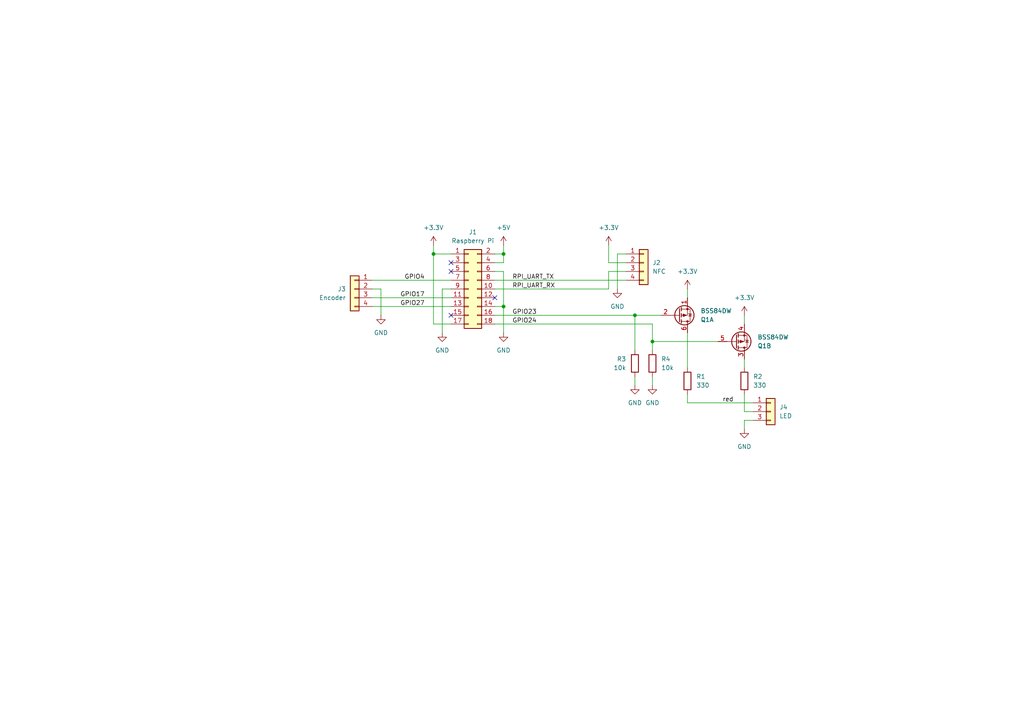
<source format=kicad_sch>
(kicad_sch (version 20231120) (generator "eeschema") (generator_version "8.0")
  (paper "A4")
  (lib_symbols
    (symbol "Connector_Generic:Conn_01x03" (pin_names (offset 1.016) hide)
      (property "Reference" "J" (at 0 5.08 0))
      (property "Value" "Conn_01x03" (at 0 -5.08 0))
      (symbol "Conn_01x03_1_1"
        (rectangle (start -1.27 -2.413) (end 0 -2.667) (stroke (width 0.1524)))
        (rectangle (start -1.27 0.127) (end 0 -0.127) (stroke (width 0.1524)))
        (rectangle (start -1.27 2.667) (end 0 2.413) (stroke (width 0.1524)))
        (rectangle (start -1.27 3.81) (end 1.27 -3.81) (stroke (width 0.254)) (fill (type background)))
        (pin passive line (at -5.08 2.54 0) (length 3.81) (name "Pin_1") (number "1"))
        (pin passive line (at -5.08 0 0) (length 3.81) (name "Pin_2") (number "2"))
        (pin passive line (at -5.08 -2.54 0) (length 3.81) (name "Pin_3") (number "3"))
      )
    )
    (symbol "Connector_Generic:Conn_01x04" (pin_names (offset 1.016) hide)
      (property "Reference" "J" (at 0 5.08 0))
      (property "Value" "Conn_01x04" (at 0 -7.62 0))
      (symbol "Conn_01x04_1_1"
        (rectangle (start -1.27 -4.953) (end 0 -5.207) (stroke (width 0.1524)))
        (rectangle (start -1.27 -2.413) (end 0 -2.667) (stroke (width 0.1524)))
        (rectangle (start -1.27 0.127) (end 0 -0.127) (stroke (width 0.1524)))
        (rectangle (start -1.27 2.667) (end 0 2.413) (stroke (width 0.1524)))
        (rectangle (start -1.27 3.81) (end 1.27 -6.35) (stroke (width 0.254)) (fill (type background)))
        (pin passive line (at -5.08 2.54 0) (length 3.81) (name "Pin_1") (number "1"))
        (pin passive line (at -5.08 0 0) (length 3.81) (name "Pin_2") (number "2"))
        (pin passive line (at -5.08 -2.54 0) (length 3.81) (name "Pin_3") (number "3"))
        (pin passive line (at -5.08 -5.08 0) (length 3.81) (name "Pin_4") (number "4"))
      )
    )
    (symbol "Connector_Generic:Conn_02x09_Odd_Even" (pin_names (offset 1.016) hide)
      (property "Reference" "J" (at 1.27 12.7 0))
      (property "Value" "Conn_02x09_Odd_Even" (at 1.27 -12.7 0))
      (symbol "Conn_02x09_Odd_Even_1_1"
        (rectangle (start -1.27 -10.033) (end 0 -10.287) (stroke (width 0.1524)))
        (rectangle (start -1.27 -7.493) (end 0 -7.747) (stroke (width 0.1524)))
        (rectangle (start -1.27 -4.953) (end 0 -5.207) (stroke (width 0.1524)))
        (rectangle (start -1.27 -2.413) (end 0 -2.667) (stroke (width 0.1524)))
        (rectangle (start -1.27 0.127) (end 0 -0.127) (stroke (width 0.1524)))
        (rectangle (start -1.27 2.667) (end 0 2.413) (stroke (width 0.1524)))
        (rectangle (start -1.27 5.207) (end 0 4.953) (stroke (width 0.1524)))
        (rectangle (start -1.27 7.747) (end 0 7.493) (stroke (width 0.1524)))
        (rectangle (start -1.27 10.287) (end 0 10.033) (stroke (width 0.1524)))
        (rectangle (start -1.27 11.43) (end 3.81 -11.43) (stroke (width 0.254)) (fill (type background)))
        (rectangle (start 3.81 -10.033) (end 2.54 -10.287) (stroke (width 0.1524)))
        (rectangle (start 3.81 -7.493) (end 2.54 -7.747) (stroke (width 0.1524)))
        (rectangle (start 3.81 -4.953) (end 2.54 -5.207) (stroke (width 0.1524)))
        (rectangle (start 3.81 -2.413) (end 2.54 -2.667) (stroke (width 0.1524)))
        (rectangle (start 3.81 0.127) (end 2.54 -0.127) (stroke (width 0.1524)))
        (rectangle (start 3.81 2.667) (end 2.54 2.413) (stroke (width 0.1524)))
        (rectangle (start 3.81 5.207) (end 2.54 4.953) (stroke (width 0.1524)))
        (rectangle (start 3.81 7.747) (end 2.54 7.493) (stroke (width 0.1524)))
        (rectangle (start 3.81 10.287) (end 2.54 10.033) (stroke (width 0.1524)))
        (pin passive line (at -5.08 10.16 0) (length 3.81) (name "Pin_1") (number "1"))
        (pin passive line (at 7.62 0 180) (length 3.81) (name "Pin_10") (number "10"))
        (pin passive line (at -5.08 -2.54 0) (length 3.81) (name "Pin_11") (number "11"))
        (pin passive line (at 7.62 -2.54 180) (length 3.81) (name "Pin_12") (number "12"))
        (pin passive line (at -5.08 -5.08 0) (length 3.81) (name "Pin_13") (number "13"))
        (pin passive line (at 7.62 -5.08 180) (length 3.81) (name "Pin_14") (number "14"))
        (pin passive line (at -5.08 -7.62 0) (length 3.81) (name "Pin_15") (number "15"))
        (pin passive line (at 7.62 -7.62 180) (length 3.81) (name "Pin_16") (number "16"))
        (pin passive line (at -5.08 -10.16 0) (length 3.81) (name "Pin_17") (number "17"))
        (pin passive line (at 7.62 -10.16 180) (length 3.81) (name "Pin_18") (number "18"))
        (pin passive line (at 7.62 10.16 180) (length 3.81) (name "Pin_2") (number "2"))
        (pin passive line (at -5.08 7.62 0) (length 3.81) (name "Pin_3") (number "3"))
        (pin passive line (at 7.62 7.62 180) (length 3.81) (name "Pin_4") (number "4"))
        (pin passive line (at -5.08 5.08 0) (length 3.81) (name "Pin_5") (number "5"))
        (pin passive line (at 7.62 5.08 180) (length 3.81) (name "Pin_6") (number "6"))
        (pin passive line (at -5.08 2.54 0) (length 3.81) (name "Pin_7") (number "7"))
        (pin passive line (at 7.62 2.54 180) (length 3.81) (name "Pin_8") (number "8"))
        (pin passive line (at -5.08 0 0) (length 3.81) (name "Pin_9") (number "9"))
      )
    )
    (symbol "Device:Q_Dual_PMOS_S1G1D2S2G2D1" (pin_names (offset 0) hide)
      (property "Reference" "Q" (at 6.35 1.27 0))
      (property "Value" "Q_Dual_PMOS_S1G1D2S2G2D1" (at 19.05 -1.27 0))
      (symbol "Q_Dual_PMOS_S1G1D2S2G2D1_0_1"
        (polyline (pts (xy 0.254 0) (xy -2.54 0)))
        (polyline (pts (xy 0.254 1.905) (xy 0.254 -1.905)) (stroke (width 0.254)))
        (polyline (pts (xy 0.762 -1.27) (xy 0.762 -2.286)) (stroke (width 0.254)))
        (polyline (pts (xy 0.762 0.508) (xy 0.762 -0.508)) (stroke (width 0.254)))
        (polyline (pts (xy 0.762 2.286) (xy 0.762 1.27)) (stroke (width 0.254)))
        (polyline (pts (xy 2.54 2.54) (xy 2.54 1.778)))
        (polyline (pts (xy 2.54 -2.54) (xy 2.54 0) (xy 0.762 0)))
        (polyline (pts (xy 0.762 1.778) (xy 3.302 1.778) (xy 3.302 -1.778) (xy 0.762 -1.778)))
        (polyline (pts (xy 2.286 0) (xy 1.27 0.381) (xy 1.27 -0.381) (xy 2.286 0)) (fill (type outline)))
        (polyline (pts (xy 2.794 -0.508) (xy 2.921 -0.381) (xy 3.683 -0.381) (xy 3.81 -0.254)))
        (polyline (pts (xy 3.302 -0.381) (xy 2.921 0.254) (xy 3.683 0.254) (xy 3.302 -0.381)))
        (circle (center 1.651 0) (radius 2.794) (stroke (width 0.254)))
        (circle (center 2.54 -1.778) (radius 0.254) (fill (type outline)))
        (circle (center 2.54 1.778) (radius 0.254) (fill (type outline)))
      )
      (symbol "Q_Dual_PMOS_S1G1D2S2G2D1_1_1"
        (pin passive line (at 2.54 -5.08 90) (length 2.54) (name "S") (number "1"))
        (pin input line (at -5.08 0 0) (length 2.54) (name "G") (number "2"))
        (pin passive line (at 2.54 5.08 270) (length 2.54) (name "D") (number "6"))
      )
      (symbol "Q_Dual_PMOS_S1G1D2S2G2D1_2_1"
        (pin passive line (at 2.54 5.08 270) (length 2.54) (name "D") (number "3"))
        (pin passive line (at 2.54 -5.08 90) (length 2.54) (name "S") (number "4"))
        (pin input line (at -5.08 0 0) (length 2.54) (name "G") (number "5"))
      )
    )
    (symbol "Device:R" (pin_numbers hide) (pin_names (offset 0))
      (property "Reference" "R" (at 2.032 0 90))
      (property "Value" "R" (at 0 0 90))
      (symbol "R_0_1"
        (rectangle (start -1.016 -2.54) (end 1.016 2.54) (stroke (width 0.254)))
      )
      (symbol "R_1_1"
        (pin passive line (at 0 3.81 270) (length 1.27) (name "~") (number "1"))
        (pin passive line (at 0 -3.81 90) (length 1.27) (name "~") (number "2"))
      )
    )
    (symbol "power:+3.3V" (power) (pin_names (offset 0))
      (property "Value" "+3.3V" (at 0 3.556 0))
      (symbol "+3.3V_0_1"
        (polyline (pts (xy -0.762 1.27) (xy 0 2.54)))
        (polyline (pts (xy 0 0) (xy 0 2.54)))
        (polyline (pts (xy 0 2.54) (xy 0.762 1.27)))
      )
      (symbol "+3.3V_1_1"
        (pin power_in line (at 0 0 90) (length 0) hide (name "+3.3V") (number "1"))
      )
    )
    (symbol "power:+5V" (power) (pin_names (offset 0))
      (property "Value" "+5V" (at 0 3.556 0))
      (symbol "+5V_0_1"
        (polyline (pts (xy -0.762 1.27) (xy 0 2.54)))
        (polyline (pts (xy 0 0) (xy 0 2.54)))
        (polyline (pts (xy 0 2.54) (xy 0.762 1.27)))
      )
      (symbol "+5V_1_1"
        (pin power_in line (at 0 0 90) (length 0) hide (name "+5V") (number "1"))
      )
    )
    (symbol "power:GND" (power) (pin_names (offset 0))
      (property "Value" "GND" (at 0 -3.81 0))
      (symbol "GND_0_1"
        (polyline (pts (xy 0 0) (xy 0 -1.27) (xy 1.27 -1.27) (xy 0 -2.54) (xy -1.27 -1.27) (xy 0 -1.27)))
      )
      (symbol "GND_1_1"
        (pin power_in line (at 0 0 270) (length 0) hide (name "GND") (number "1"))
      )
    )
  )
  (junction (at 184.15 91.44))
  (junction (at 146.05 88.9))
  (junction (at 146.05 73.66))
  (junction (at 189.23 99.06))
  (junction (at 125.73 73.66))
  (no_connect (at 130.81 91.44))
  (no_connect (at 130.81 78.74))
  (no_connect (at 143.51 86.36))
  (no_connect (at 130.81 76.2))
  (wire (pts (xy 215.9 121.92) (xy 215.9 124.46)))
  (wire (pts (xy 143.51 91.44) (xy 184.15 91.44)))
  (wire (pts (xy 184.15 109.22) (xy 184.15 111.76)))
  (wire (pts (xy 143.51 93.98) (xy 189.23 93.98)))
  (wire (pts (xy 189.23 99.06) (xy 189.23 101.6)))
  (wire (pts (xy 130.81 73.66) (xy 125.73 73.66)))
  (wire (pts (xy 176.53 76.2) (xy 176.53 71.12)))
  (wire (pts (xy 107.95 83.82) (xy 110.49 83.82)))
  (wire (pts (xy 215.9 114.3) (xy 215.9 119.38)))
  (wire (pts (xy 125.73 73.66) (xy 125.73 93.98)))
  (wire (pts (xy 218.44 119.38) (xy 215.9 119.38)))
  (wire (pts (xy 130.81 83.82) (xy 128.27 83.82)))
  (wire (pts (xy 107.95 88.9) (xy 130.81 88.9)))
  (wire (pts (xy 146.05 88.9) (xy 146.05 96.52)))
  (wire (pts (xy 218.44 116.84) (xy 199.39 116.84)))
  (wire (pts (xy 181.61 73.66) (xy 179.07 73.66)))
  (wire (pts (xy 143.51 76.2) (xy 146.05 76.2)))
  (wire (pts (xy 143.51 73.66) (xy 146.05 73.66)))
  (wire (pts (xy 128.27 83.82) (xy 128.27 96.52)))
  (wire (pts (xy 176.53 78.74) (xy 181.61 78.74)))
  (wire (pts (xy 179.07 73.66) (xy 179.07 83.82)))
  (wire (pts (xy 125.73 73.66) (xy 125.73 71.12)))
  (wire (pts (xy 184.15 91.44) (xy 184.15 101.6)))
  (wire (pts (xy 146.05 78.74) (xy 146.05 88.9)))
  (wire (pts (xy 143.51 78.74) (xy 146.05 78.74)))
  (wire (pts (xy 189.23 99.06) (xy 208.28 99.06)))
  (wire (pts (xy 218.44 121.92) (xy 215.9 121.92)))
  (wire (pts (xy 181.61 76.2) (xy 176.53 76.2)))
  (wire (pts (xy 176.53 78.74) (xy 176.53 83.82)))
  (wire (pts (xy 184.15 91.44) (xy 191.77 91.44)))
  (wire (pts (xy 199.39 114.3) (xy 199.39 116.84)))
  (wire (pts (xy 189.23 93.98) (xy 189.23 99.06)))
  (wire (pts (xy 215.9 104.14) (xy 215.9 106.68)))
  (wire (pts (xy 199.39 96.52) (xy 199.39 106.68)))
  (wire (pts (xy 199.39 83.82) (xy 199.39 86.36)))
  (wire (pts (xy 143.51 88.9) (xy 146.05 88.9)))
  (wire (pts (xy 107.95 86.36) (xy 130.81 86.36)))
  (wire (pts (xy 146.05 76.2) (xy 146.05 73.66)))
  (wire (pts (xy 107.95 81.28) (xy 130.81 81.28)))
  (wire (pts (xy 110.49 83.82) (xy 110.49 91.44)))
  (wire (pts (xy 189.23 109.22) (xy 189.23 111.76)))
  (wire (pts (xy 176.53 83.82) (xy 143.51 83.82)))
  (wire (pts (xy 215.9 91.44) (xy 215.9 93.98)))
  (wire (pts (xy 146.05 73.66) (xy 146.05 71.12)))
  (wire (pts (xy 143.51 81.28) (xy 181.61 81.28)))
  (wire (pts (xy 130.81 93.98) (xy 125.73 93.98)))
  (label "RPI_UART_TX" (at 148.59 81.28 0))
  (label "GPIO17" (at 123.19 86.36 180))
  (label "red" (at 209.55 116.84 0))
  (label "RPI_UART_RX" (at 148.59 83.82 0))
  (label "GPIO24" (at 148.59 93.98 0))
  (label "GPIO27" (at 123.19 88.9 180))
  (label "GPIO23" (at 148.59 91.44 0))
  (label "GPIO4" (at 123.19 81.28 180))
  (symbol (lib_id "power:+5V") (at 146.05 71.12 0) (unit 1)
    (property "Reference" "#PWR01" (effects (hide yes)))
    (property "Value" "+5V" (at 146.05 66.04 0))
  )
  (symbol (lib_id "power:+3.3V") (at 199.39 83.82 0) (unit 1)
    (property "Reference" "#PWR07" (effects (hide yes)))
    (property "Value" "+3.3V" (at 199.39 78.74 0))
  )
  (symbol (lib_id "Connector_Generic:Conn_01x04") (at 102.87 83.82 0) (mirror y) (unit 1)
    (property "Reference" "J3" (at 100.33 83.82 0) (effects (justify left)))
    (property "Value" "Encoder" (at 100.33 86.36 0) (effects (justify left)))
    (property "Footprint" "Connector_PinHeader_2.54mm:PinHeader_1x04_P2.54mm_Horizontal" (effects (hide yes)))
  )
  (symbol (lib_id "Device:Q_Dual_PMOS_S1G1D2S2G2D1") (at 213.36 99.06 0) (mirror x) (unit 2)
    (property "Reference" "Q1" (at 219.71 100.33 0) (effects (justify left)))
    (property "Value" "BSS84DW" (at 219.71 97.79 0) (effects (justify left)))
    (property "Footprint" "Package_TO_SOT_SMD:SOT-363_SC-70-6_Handsoldering" (effects (hide yes)))
  )
  (symbol (lib_id "Device:R") (at 199.39 110.49 0) (unit 1)
    (property "Reference" "R1" (at 201.93 109.22 0) (effects (justify left)))
    (property "Value" "330" (at 201.93 111.76 0) (effects (justify left)))
    (property "Footprint" "Resistor_SMD:R_0805_2012Metric_Pad1.20x1.40mm_HandSolder" (effects (hide yes)))
  )
  (symbol (lib_id "Device:R") (at 184.15 105.41 0) (unit 1)
    (property "Reference" "R3" (at 181.61 104.14 0) (effects (justify right)))
    (property "Value" "10k" (at 181.61 106.68 0) (effects (justify right)))
    (property "Footprint" "Resistor_SMD:R_0805_2012Metric_Pad1.20x1.40mm_HandSolder" (effects (hide yes)))
  )
  (symbol (lib_id "power:+3.3V") (at 176.53 71.12 0) (unit 1)
    (property "Reference" "#PWR06" (effects (hide yes)))
    (property "Value" "+3.3V" (at 176.53 66.04 0))
  )
  (symbol (lib_id "power:+3.3V") (at 215.9 91.44 0) (unit 1)
    (property "Reference" "#PWR08" (effects (hide yes)))
    (property "Value" "+3.3V" (at 215.9 86.36 0))
  )
  (symbol (lib_id "Device:R") (at 215.9 110.49 0) (unit 1)
    (property "Reference" "R2" (at 218.44 109.22 0) (effects (justify left)))
    (property "Value" "330" (at 218.44 111.76 0) (effects (justify left)))
    (property "Footprint" "Resistor_SMD:R_0805_2012Metric_Pad1.20x1.40mm_HandSolder" (effects (hide yes)))
  )
  (symbol (lib_id "power:GND") (at 110.49 91.44 0) (unit 1)
    (property "Reference" "#PWR012" (effects (hide yes)))
    (property "Value" "GND" (at 110.49 96.52 0))
  )
  (symbol (lib_id "power:GND") (at 128.27 96.52 0) (unit 1)
    (property "Reference" "#PWR04" (effects (hide yes)))
    (property "Value" "GND" (at 128.27 101.6 0))
  )
  (symbol (lib_id "power:GND") (at 179.07 83.82 0) (unit 1)
    (property "Reference" "#PWR05" (effects (hide yes)))
    (property "Value" "GND" (at 179.07 88.9 0))
  )
  (symbol (lib_id "power:GND") (at 184.15 111.76 0) (unit 1)
    (property "Reference" "#PWR09" (effects (hide yes)))
    (property "Value" "GND" (at 184.15 116.84 0))
  )
  (symbol (lib_id "Connector_Generic:Conn_01x04") (at 186.69 76.2 0) (unit 1)
    (property "Reference" "J2" (at 189.23 76.2 0) (effects (justify left)))
    (property "Value" "NFC" (at 189.23 78.74 0) (effects (justify left)))
    (property "Footprint" "Connector_PinHeader_2.54mm:PinHeader_1x04_P2.54mm_Horizontal" (effects (hide yes)))
  )
  (symbol (lib_id "Device:Q_Dual_PMOS_S1G1D2S2G2D1") (at 196.85 91.44 0) (mirror x) (unit 1)
    (property "Reference" "Q1" (at 203.2 92.71 0) (effects (justify left)))
    (property "Value" "BSS84DW" (at 203.2 90.17 0) (effects (justify left)))
    (property "Footprint" "Package_TO_SOT_SMD:SOT-363_SC-70-6_Handsoldering" (effects (hide yes)))
  )
  (symbol (lib_id "power:+3.3V") (at 125.73 71.12 0) (unit 1)
    (property "Reference" "#PWR02" (effects (hide yes)))
    (property "Value" "+3.3V" (at 125.73 66.04 0))
  )
  (symbol (lib_id "Connector_Generic:Conn_02x09_Odd_Even") (at 135.89 83.82 0) (unit 1)
    (property "Reference" "J1" (at 137.16 67.31 0))
    (property "Value" "Raspberry Pi" (at 137.16 69.85 0))
    (property "Footprint" "Connector_PinSocket_2.54mm:PinSocket_2x09_P2.54mm_Vertical" (effects (hide yes)))
  )
  (symbol (lib_id "power:GND") (at 189.23 111.76 0) (unit 1)
    (property "Reference" "#PWR010" (effects (hide yes)))
    (property "Value" "GND" (at 189.23 116.84 0))
  )
  (symbol (lib_id "Device:R") (at 189.23 105.41 0) (unit 1)
    (property "Reference" "R4" (at 191.77 104.14 0) (effects (justify left)))
    (property "Value" "10k" (at 191.77 106.68 0) (effects (justify left)))
    (property "Footprint" "Resistor_SMD:R_0805_2012Metric_Pad1.20x1.40mm_HandSolder" (effects (hide yes)))
  )
  (symbol (lib_id "power:GND") (at 215.9 124.46 0) (unit 1)
    (property "Reference" "#PWR011" (effects (hide yes)))
    (property "Value" "GND" (at 215.9 129.54 0))
  )
  (symbol (lib_id "Connector_Generic:Conn_01x03") (at 223.52 119.38 0) (unit 1)
    (property "Reference" "J4" (at 226.06 118.11 0) (effects (justify left)))
    (property "Value" "LED" (at 226.06 120.65 0) (effects (justify left)))
    (property "Footprint" "Connector_PinHeader_2.54mm:PinHeader_1x03_P2.54mm_Horizontal" (effects (hide yes)))
  )
  (symbol (lib_id "power:GND") (at 146.05 96.52 0) (unit 1)
    (property "Reference" "#PWR03" (effects (hide yes)))
    (property "Value" "GND" (at 146.05 101.6 0))
  )
)
</source>
